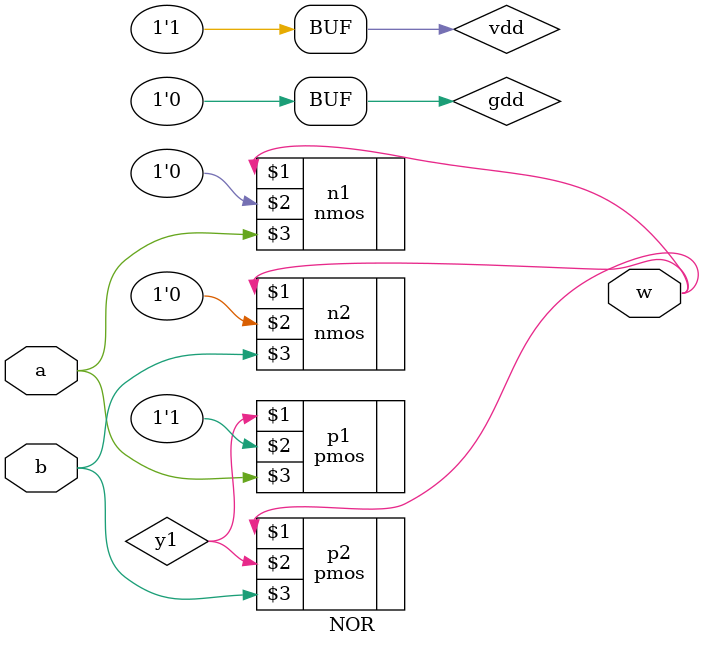
<source format=v>
module NOR(input a,b, output w);
    supply1 vdd;
    supply0 gdd;
    wire y1;
    pmos #(5,6,7) p1(y1, vdd, a), p2(w, y1, b);
    nmos #(3,4,5) n1(w, gdd, a), n2(w, gdd, b);
endmodule
</source>
